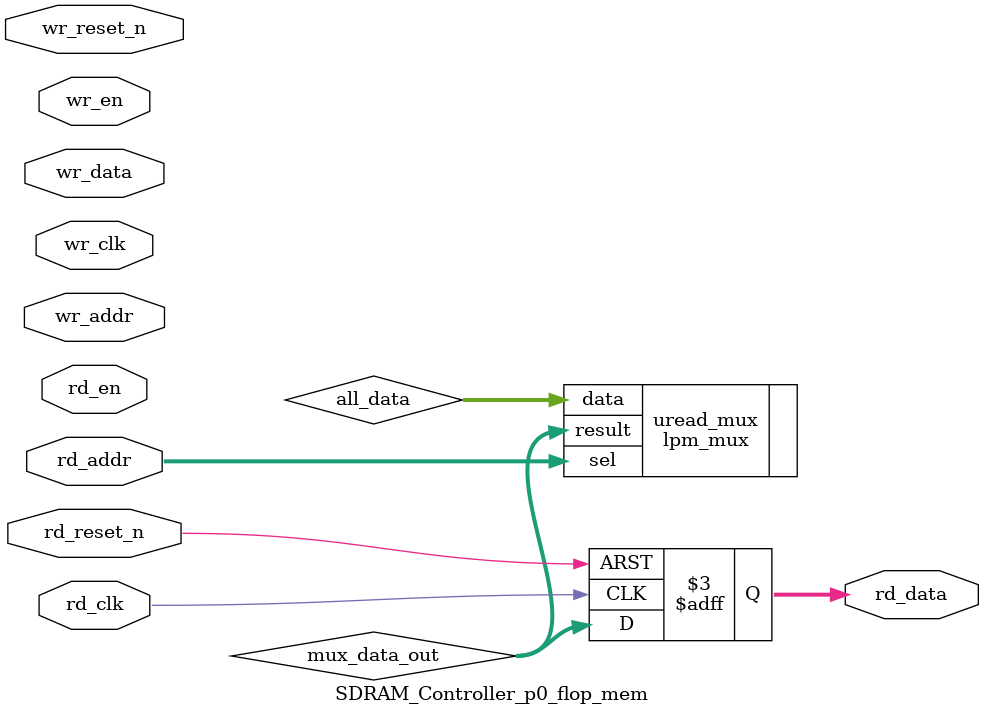
<source format=v>



`timescale 1 ps / 1 ps

(* altera_attribute = "-name ALLOW_SYNCH_CTRL_USAGE ON;-name AUTO_CLOCK_ENABLE_RECOGNITION ON" *)
module SDRAM_Controller_p0_flop_mem(
	wr_reset_n,
	wr_clk,
	wr_en,
	wr_addr,
	wr_data,
	rd_reset_n,
	rd_clk,
	rd_en,
	rd_addr,
	rd_data
);

parameter WRITE_MEM_DEPTH	= "";
parameter WRITE_ADDR_WIDTH	= "";
parameter WRITE_DATA_WIDTH	= "";
parameter READ_MEM_DEPTH	= "";
parameter READ_ADDR_WIDTH	= "";		 
parameter READ_DATA_WIDTH	= "";


input	wr_reset_n;
input	wr_clk;
input	wr_en;
input	[WRITE_ADDR_WIDTH-1:0] wr_addr;
input	[WRITE_DATA_WIDTH-1:0] wr_data;
input	rd_reset_n;
input	rd_clk;
input	rd_en;
input	[READ_ADDR_WIDTH-1:0] rd_addr;
output	[READ_DATA_WIDTH-1:0] rd_data;



wire	[WRITE_DATA_WIDTH*WRITE_MEM_DEPTH-1:0] all_data;
wire	[READ_DATA_WIDTH-1:0] mux_data_out;



// declare a memory with WRITE_MEM_DEPTH entries
// each entry contains a data size of WRITE_DATA_WIDTH
reg	[WRITE_DATA_WIDTH-1:0] data_stored [0:WRITE_MEM_DEPTH-1] /* synthesis syn_preserve = 1 */;
reg	[READ_DATA_WIDTH-1:0] rd_data;

generate
genvar entry;
	for (entry=0; entry < WRITE_MEM_DEPTH; entry=entry+1)
	begin: mem_location
		assign all_data[(WRITE_DATA_WIDTH*(entry+1)-1) : (WRITE_DATA_WIDTH*entry)] = data_stored[entry]; 
		
		always @(posedge wr_clk or negedge wr_reset_n)
		begin
			if (~wr_reset_n) begin
				data_stored[entry] <= {WRITE_DATA_WIDTH{1'b0}};
			end else begin
				if (wr_en) begin
					if (entry == wr_addr) begin
						data_stored[entry] <= wr_data;
					end
				end
			end
		end		
	end
endgenerate

// mux to select the correct output data based on read address
lpm_mux	uread_mux(
	.sel (rd_addr),
	.data (all_data),
	.result (mux_data_out)
	// synopsys translate_off
	,
	.aclr (),
	.clken (),
	.clock ()
	// synopsys translate_on
	);
 defparam uread_mux.lpm_size = READ_MEM_DEPTH;
 defparam uread_mux.lpm_type = "LPM_MUX";
 defparam uread_mux.lpm_width = READ_DATA_WIDTH;
 defparam uread_mux.lpm_widths = READ_ADDR_WIDTH;

always @(posedge rd_clk or negedge rd_reset_n)	
begin
	if (~rd_reset_n) begin
		rd_data <= {READ_DATA_WIDTH{1'b0}};
	end else begin
		rd_data <= mux_data_out;
	end
end

endmodule

</source>
